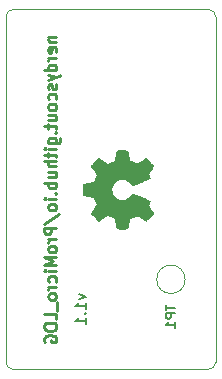
<source format=gbr>
%TF.GenerationSoftware,KiCad,Pcbnew,5.1.5+dfsg1-2~bpo10+1*%
%TF.CreationDate,Date%
%TF.ProjectId,ProMicro_LOG,50726f4d-6963-4726-9f5f-4c4f472e6b69,v1.1*%
%TF.SameCoordinates,Original*%
%TF.FileFunction,Legend,Bot*%
%TF.FilePolarity,Positive*%
%FSLAX45Y45*%
G04 Gerber Fmt 4.5, Leading zero omitted, Abs format (unit mm)*
G04 Created by KiCad*
%MOMM*%
%LPD*%
G04 APERTURE LIST*
%ADD10C,0.200000*%
%ADD11C,0.250000*%
%ADD12C,0.100000*%
%ADD13C,0.010000*%
%ADD14C,0.120000*%
%ADD15O,1.600000X1.600000*%
%ADD16R,1.600000X1.600000*%
%ADD17C,2.000000*%
G04 APERTURE END LIST*
D10*
X-1035286Y509571D02*
X-975286Y488143D01*
X-1035286Y466714D01*
X-975286Y385286D02*
X-975286Y436714D01*
X-975286Y411000D02*
X-1065286Y411000D01*
X-1052429Y419571D01*
X-1043857Y428143D01*
X-1039571Y436714D01*
X-983857Y346714D02*
X-979571Y342429D01*
X-975286Y346714D01*
X-979571Y351000D01*
X-983857Y346714D01*
X-975286Y346714D01*
X-975286Y256714D02*
X-975286Y308143D01*
X-975286Y282429D02*
X-1065286Y282429D01*
X-1052429Y291000D01*
X-1043857Y299572D01*
X-1039571Y308143D01*
D11*
X-1291429Y2687476D02*
X-1224762Y2687476D01*
X-1281905Y2687476D02*
X-1286667Y2682714D01*
X-1291429Y2673191D01*
X-1291429Y2658905D01*
X-1286667Y2649381D01*
X-1277143Y2644619D01*
X-1224762Y2644619D01*
X-1229524Y2558905D02*
X-1224762Y2568429D01*
X-1224762Y2587476D01*
X-1229524Y2597000D01*
X-1239048Y2601762D01*
X-1277143Y2601762D01*
X-1286667Y2597000D01*
X-1291429Y2587476D01*
X-1291429Y2568429D01*
X-1286667Y2558905D01*
X-1277143Y2554143D01*
X-1267619Y2554143D01*
X-1258095Y2601762D01*
X-1224762Y2511286D02*
X-1291429Y2511286D01*
X-1272381Y2511286D02*
X-1281905Y2506524D01*
X-1286667Y2501762D01*
X-1291429Y2492238D01*
X-1291429Y2482714D01*
X-1224762Y2406524D02*
X-1324762Y2406524D01*
X-1229524Y2406524D02*
X-1224762Y2416048D01*
X-1224762Y2435095D01*
X-1229524Y2444619D01*
X-1234286Y2449381D01*
X-1243810Y2454143D01*
X-1272381Y2454143D01*
X-1281905Y2449381D01*
X-1286667Y2444619D01*
X-1291429Y2435095D01*
X-1291429Y2416048D01*
X-1286667Y2406524D01*
X-1291429Y2368429D02*
X-1224762Y2344619D01*
X-1291429Y2320810D02*
X-1224762Y2344619D01*
X-1200952Y2354143D01*
X-1196191Y2358905D01*
X-1191429Y2368429D01*
X-1229524Y2287476D02*
X-1224762Y2277952D01*
X-1224762Y2258905D01*
X-1229524Y2249381D01*
X-1239048Y2244619D01*
X-1243810Y2244619D01*
X-1253333Y2249381D01*
X-1258095Y2258905D01*
X-1258095Y2273191D01*
X-1262857Y2282714D01*
X-1272381Y2287476D01*
X-1277143Y2287476D01*
X-1286667Y2282714D01*
X-1291429Y2273191D01*
X-1291429Y2258905D01*
X-1286667Y2249381D01*
X-1229524Y2158905D02*
X-1224762Y2168429D01*
X-1224762Y2187476D01*
X-1229524Y2197000D01*
X-1234286Y2201762D01*
X-1243810Y2206524D01*
X-1272381Y2206524D01*
X-1281905Y2201762D01*
X-1286667Y2197000D01*
X-1291429Y2187476D01*
X-1291429Y2168429D01*
X-1286667Y2158905D01*
X-1224762Y2101762D02*
X-1229524Y2111286D01*
X-1234286Y2116048D01*
X-1243810Y2120810D01*
X-1272381Y2120810D01*
X-1281905Y2116048D01*
X-1286667Y2111286D01*
X-1291429Y2101762D01*
X-1291429Y2087476D01*
X-1286667Y2077952D01*
X-1281905Y2073190D01*
X-1272381Y2068429D01*
X-1243810Y2068429D01*
X-1234286Y2073190D01*
X-1229524Y2077952D01*
X-1224762Y2087476D01*
X-1224762Y2101762D01*
X-1291429Y1982714D02*
X-1224762Y1982714D01*
X-1291429Y2025571D02*
X-1239048Y2025571D01*
X-1229524Y2020810D01*
X-1224762Y2011286D01*
X-1224762Y1997000D01*
X-1229524Y1987476D01*
X-1234286Y1982714D01*
X-1291429Y1949381D02*
X-1291429Y1911286D01*
X-1324762Y1935095D02*
X-1239048Y1935095D01*
X-1229524Y1930333D01*
X-1224762Y1920810D01*
X-1224762Y1911286D01*
X-1234286Y1877952D02*
X-1229524Y1873190D01*
X-1224762Y1877952D01*
X-1229524Y1882714D01*
X-1234286Y1877952D01*
X-1224762Y1877952D01*
X-1291429Y1787476D02*
X-1210476Y1787476D01*
X-1200952Y1792238D01*
X-1196191Y1797000D01*
X-1191429Y1806524D01*
X-1191429Y1820810D01*
X-1196191Y1830333D01*
X-1229524Y1787476D02*
X-1224762Y1797000D01*
X-1224762Y1816048D01*
X-1229524Y1825571D01*
X-1234286Y1830333D01*
X-1243810Y1835095D01*
X-1272381Y1835095D01*
X-1281905Y1830333D01*
X-1286667Y1825571D01*
X-1291429Y1816048D01*
X-1291429Y1797000D01*
X-1286667Y1787476D01*
X-1224762Y1739857D02*
X-1291429Y1739857D01*
X-1324762Y1739857D02*
X-1320000Y1744619D01*
X-1315238Y1739857D01*
X-1320000Y1735095D01*
X-1324762Y1739857D01*
X-1315238Y1739857D01*
X-1291429Y1706524D02*
X-1291429Y1668429D01*
X-1324762Y1692238D02*
X-1239048Y1692238D01*
X-1229524Y1687476D01*
X-1224762Y1677952D01*
X-1224762Y1668429D01*
X-1224762Y1635095D02*
X-1324762Y1635095D01*
X-1224762Y1592238D02*
X-1277143Y1592238D01*
X-1286667Y1597000D01*
X-1291429Y1606524D01*
X-1291429Y1620810D01*
X-1286667Y1630333D01*
X-1281905Y1635095D01*
X-1291429Y1501762D02*
X-1224762Y1501762D01*
X-1291429Y1544619D02*
X-1239048Y1544619D01*
X-1229524Y1539857D01*
X-1224762Y1530333D01*
X-1224762Y1516048D01*
X-1229524Y1506524D01*
X-1234286Y1501762D01*
X-1224762Y1454143D02*
X-1324762Y1454143D01*
X-1286667Y1454143D02*
X-1291429Y1444619D01*
X-1291429Y1425571D01*
X-1286667Y1416048D01*
X-1281905Y1411286D01*
X-1272381Y1406524D01*
X-1243810Y1406524D01*
X-1234286Y1411286D01*
X-1229524Y1416048D01*
X-1224762Y1425571D01*
X-1224762Y1444619D01*
X-1229524Y1454143D01*
X-1234286Y1363667D02*
X-1229524Y1358905D01*
X-1224762Y1363667D01*
X-1229524Y1368429D01*
X-1234286Y1363667D01*
X-1224762Y1363667D01*
X-1224762Y1316048D02*
X-1291429Y1316048D01*
X-1324762Y1316048D02*
X-1320000Y1320810D01*
X-1315238Y1316048D01*
X-1320000Y1311286D01*
X-1324762Y1316048D01*
X-1315238Y1316048D01*
X-1224762Y1254143D02*
X-1229524Y1263667D01*
X-1234286Y1268429D01*
X-1243810Y1273191D01*
X-1272381Y1273191D01*
X-1281905Y1268429D01*
X-1286667Y1263667D01*
X-1291429Y1254143D01*
X-1291429Y1239857D01*
X-1286667Y1230333D01*
X-1281905Y1225572D01*
X-1272381Y1220810D01*
X-1243810Y1220810D01*
X-1234286Y1225572D01*
X-1229524Y1230333D01*
X-1224762Y1239857D01*
X-1224762Y1254143D01*
X-1329524Y1106524D02*
X-1200952Y1192238D01*
X-1224762Y1073191D02*
X-1324762Y1073191D01*
X-1324762Y1035095D01*
X-1320000Y1025571D01*
X-1315238Y1020810D01*
X-1305714Y1016048D01*
X-1291429Y1016048D01*
X-1281905Y1020810D01*
X-1277143Y1025571D01*
X-1272381Y1035095D01*
X-1272381Y1073191D01*
X-1224762Y973190D02*
X-1291429Y973190D01*
X-1272381Y973190D02*
X-1281905Y968429D01*
X-1286667Y963667D01*
X-1291429Y954143D01*
X-1291429Y944619D01*
X-1224762Y897000D02*
X-1229524Y906524D01*
X-1234286Y911286D01*
X-1243810Y916048D01*
X-1272381Y916048D01*
X-1281905Y911286D01*
X-1286667Y906524D01*
X-1291429Y897000D01*
X-1291429Y882714D01*
X-1286667Y873190D01*
X-1281905Y868429D01*
X-1272381Y863667D01*
X-1243810Y863667D01*
X-1234286Y868429D01*
X-1229524Y873190D01*
X-1224762Y882714D01*
X-1224762Y897000D01*
X-1224762Y820810D02*
X-1324762Y820810D01*
X-1253333Y787476D01*
X-1324762Y754143D01*
X-1224762Y754143D01*
X-1224762Y706524D02*
X-1291429Y706524D01*
X-1324762Y706524D02*
X-1320000Y711286D01*
X-1315238Y706524D01*
X-1320000Y701762D01*
X-1324762Y706524D01*
X-1315238Y706524D01*
X-1229524Y616048D02*
X-1224762Y625572D01*
X-1224762Y644619D01*
X-1229524Y654143D01*
X-1234286Y658905D01*
X-1243810Y663667D01*
X-1272381Y663667D01*
X-1281905Y658905D01*
X-1286667Y654143D01*
X-1291429Y644619D01*
X-1291429Y625572D01*
X-1286667Y616048D01*
X-1224762Y573191D02*
X-1291429Y573191D01*
X-1272381Y573191D02*
X-1281905Y568429D01*
X-1286667Y563667D01*
X-1291429Y554143D01*
X-1291429Y544619D01*
X-1224762Y497000D02*
X-1229524Y506524D01*
X-1234286Y511286D01*
X-1243810Y516048D01*
X-1272381Y516048D01*
X-1281905Y511286D01*
X-1286667Y506524D01*
X-1291429Y497000D01*
X-1291429Y482714D01*
X-1286667Y473190D01*
X-1281905Y468429D01*
X-1272381Y463667D01*
X-1243810Y463667D01*
X-1234286Y468429D01*
X-1229524Y473190D01*
X-1224762Y482714D01*
X-1224762Y497000D01*
X-1215238Y444619D02*
X-1215238Y368429D01*
X-1224762Y297000D02*
X-1224762Y344619D01*
X-1324762Y344619D01*
X-1324762Y244619D02*
X-1324762Y225571D01*
X-1320000Y216048D01*
X-1310476Y206524D01*
X-1291429Y201762D01*
X-1258095Y201762D01*
X-1239048Y206524D01*
X-1229524Y216048D01*
X-1224762Y225571D01*
X-1224762Y244619D01*
X-1229524Y254143D01*
X-1239048Y263667D01*
X-1258095Y268429D01*
X-1291429Y268429D01*
X-1310476Y263667D01*
X-1320000Y254143D01*
X-1324762Y244619D01*
X-1320000Y106524D02*
X-1324762Y116048D01*
X-1324762Y130333D01*
X-1320000Y144619D01*
X-1310476Y154143D01*
X-1300952Y158905D01*
X-1281905Y163667D01*
X-1267619Y163667D01*
X-1248572Y158905D01*
X-1239048Y154143D01*
X-1229524Y144619D01*
X-1224762Y130333D01*
X-1224762Y120810D01*
X-1229524Y106524D01*
X-1234286Y101762D01*
X-1267619Y101762D01*
X-1267619Y120810D01*
D12*
X-1587500Y2921000D02*
G75*
G03X-1651000Y2857500I0J-63500D01*
G01*
X127000Y2857500D02*
G75*
G03X63500Y2921000I-63500J0D01*
G01*
X63500Y-127000D02*
G75*
G03X127000Y-63500I0J63500D01*
G01*
X-1651000Y-63500D02*
G75*
G03X-1587500Y-127000I63500J0D01*
G01*
X-1651000Y2857500D02*
X-1651000Y-63500D01*
X63500Y2921000D02*
X-1587500Y2921000D01*
X127000Y-63500D02*
X127000Y2857500D01*
X-1587500Y-127000D02*
X63500Y-127000D01*
D13*
G36*
X-951607Y1341419D02*
G01*
X-907144Y1333037D01*
X-894395Y1302108D01*
X-881645Y1271179D01*
X-906875Y1234075D01*
X-913900Y1223684D01*
X-920173Y1214291D01*
X-925406Y1206335D01*
X-929314Y1200253D01*
X-931611Y1196484D01*
X-932106Y1195458D01*
X-930832Y1193609D01*
X-927312Y1189658D01*
X-921994Y1184048D01*
X-915328Y1177221D01*
X-907765Y1169621D01*
X-899753Y1161691D01*
X-891743Y1153873D01*
X-884184Y1146609D01*
X-877525Y1140344D01*
X-872218Y1135520D01*
X-868711Y1132579D01*
X-867538Y1131876D01*
X-865374Y1132888D01*
X-860634Y1135724D01*
X-853781Y1140087D01*
X-845278Y1145678D01*
X-835591Y1152199D01*
X-830065Y1155978D01*
X-819975Y1162866D01*
X-810870Y1168986D01*
X-803203Y1174042D01*
X-797427Y1177737D01*
X-793996Y1179774D01*
X-793275Y1180080D01*
X-791225Y1179386D01*
X-786449Y1177495D01*
X-779617Y1174691D01*
X-771401Y1171261D01*
X-762473Y1167489D01*
X-753504Y1163661D01*
X-745166Y1160063D01*
X-738131Y1156979D01*
X-733069Y1154696D01*
X-730653Y1153498D01*
X-730558Y1153428D01*
X-730096Y1151547D01*
X-729067Y1146538D01*
X-727571Y1138921D01*
X-725710Y1129214D01*
X-723584Y1117936D01*
X-722358Y1111356D01*
X-720064Y1099305D01*
X-717880Y1088420D01*
X-715928Y1079252D01*
X-714325Y1072352D01*
X-713192Y1068270D01*
X-712833Y1067449D01*
X-710399Y1066645D01*
X-704904Y1065997D01*
X-696989Y1065503D01*
X-687297Y1065164D01*
X-676471Y1064978D01*
X-665154Y1064946D01*
X-653987Y1065067D01*
X-643613Y1065341D01*
X-634676Y1065767D01*
X-627817Y1066345D01*
X-623680Y1067073D01*
X-622819Y1067511D01*
X-621787Y1070124D01*
X-620311Y1075661D01*
X-618565Y1083389D01*
X-616722Y1092577D01*
X-616126Y1095784D01*
X-613293Y1111248D01*
X-611012Y1123463D01*
X-609192Y1132833D01*
X-607742Y1139762D01*
X-606571Y1144653D01*
X-605589Y1147910D01*
X-604704Y1149937D01*
X-603828Y1151137D01*
X-603654Y1151305D01*
X-600863Y1152982D01*
X-595431Y1155539D01*
X-588022Y1158721D01*
X-579304Y1162274D01*
X-569939Y1165942D01*
X-560595Y1169469D01*
X-551935Y1172600D01*
X-544626Y1175081D01*
X-539332Y1176655D01*
X-536719Y1177067D01*
X-536627Y1177032D01*
X-534491Y1175636D01*
X-529792Y1172468D01*
X-523017Y1167861D01*
X-514658Y1162148D01*
X-505202Y1155663D01*
X-502515Y1153816D01*
X-492772Y1147230D01*
X-483884Y1141435D01*
X-476359Y1136746D01*
X-470708Y1133479D01*
X-467442Y1131950D01*
X-467041Y1131876D01*
X-464932Y1133161D01*
X-460754Y1136711D01*
X-454955Y1142071D01*
X-447986Y1148783D01*
X-440295Y1156391D01*
X-432332Y1164440D01*
X-424544Y1172471D01*
X-417381Y1180030D01*
X-411293Y1186660D01*
X-406728Y1191903D01*
X-404135Y1195305D01*
X-403712Y1196246D01*
X-404709Y1198436D01*
X-407398Y1202920D01*
X-411326Y1208968D01*
X-414488Y1213621D01*
X-420290Y1222053D01*
X-427122Y1232037D01*
X-433942Y1242053D01*
X-437592Y1247437D01*
X-449920Y1265663D01*
X-441648Y1280962D01*
X-438024Y1287932D01*
X-435207Y1293859D01*
X-433601Y1297869D01*
X-433377Y1298890D01*
X-435028Y1300117D01*
X-439692Y1302539D01*
X-446939Y1305974D01*
X-456339Y1310241D01*
X-467463Y1315161D01*
X-479878Y1320551D01*
X-493157Y1326232D01*
X-506867Y1332022D01*
X-520580Y1337741D01*
X-533864Y1343208D01*
X-546290Y1348242D01*
X-557428Y1352662D01*
X-566846Y1356288D01*
X-574116Y1358939D01*
X-578806Y1360434D01*
X-580417Y1360675D01*
X-582471Y1358769D01*
X-585807Y1354596D01*
X-589730Y1349029D01*
X-590040Y1348562D01*
X-601558Y1334174D01*
X-614995Y1322572D01*
X-629922Y1313857D01*
X-645909Y1308130D01*
X-662526Y1305491D01*
X-679345Y1306042D01*
X-695935Y1309881D01*
X-711866Y1317111D01*
X-715351Y1319237D01*
X-729426Y1330300D01*
X-740729Y1343370D01*
X-749200Y1357994D01*
X-754781Y1373719D01*
X-757413Y1390094D01*
X-757037Y1406667D01*
X-753595Y1422984D01*
X-747028Y1438593D01*
X-737276Y1453043D01*
X-733319Y1457513D01*
X-720930Y1468889D01*
X-707888Y1477178D01*
X-693269Y1482864D01*
X-678791Y1486031D01*
X-662514Y1486813D01*
X-646156Y1484206D01*
X-630270Y1478475D01*
X-615409Y1469886D01*
X-602127Y1458701D01*
X-590974Y1445188D01*
X-589799Y1443412D01*
X-585949Y1437785D01*
X-582614Y1433508D01*
X-580484Y1431463D01*
X-580417Y1431433D01*
X-578113Y1431872D01*
X-572884Y1433612D01*
X-565161Y1436473D01*
X-555373Y1440273D01*
X-543951Y1444833D01*
X-531324Y1449970D01*
X-517923Y1455504D01*
X-504178Y1461254D01*
X-490519Y1467040D01*
X-477376Y1472680D01*
X-465179Y1477994D01*
X-454359Y1482801D01*
X-445345Y1486920D01*
X-438568Y1490170D01*
X-434457Y1492370D01*
X-433377Y1493256D01*
X-434218Y1495964D01*
X-436473Y1501030D01*
X-439739Y1507582D01*
X-441648Y1511184D01*
X-449920Y1526483D01*
X-437592Y1544709D01*
X-431277Y1554012D01*
X-424327Y1564198D01*
X-417783Y1573744D01*
X-414488Y1578525D01*
X-409973Y1585249D01*
X-406394Y1590944D01*
X-404206Y1594865D01*
X-403744Y1596138D01*
X-404991Y1597992D01*
X-408475Y1602094D01*
X-413832Y1608047D01*
X-420702Y1615454D01*
X-428722Y1623916D01*
X-433871Y1629268D01*
X-443071Y1638632D01*
X-451300Y1646724D01*
X-458205Y1653218D01*
X-463436Y1657786D01*
X-466638Y1660101D01*
X-467288Y1660323D01*
X-469761Y1659292D01*
X-474759Y1656444D01*
X-481779Y1652094D01*
X-490312Y1646558D01*
X-499854Y1640152D01*
X-502515Y1638330D01*
X-512183Y1631693D01*
X-520888Y1625738D01*
X-528141Y1620798D01*
X-533451Y1617207D01*
X-536330Y1615298D01*
X-536627Y1615114D01*
X-538922Y1615389D01*
X-543966Y1616854D01*
X-551096Y1619251D01*
X-559645Y1622327D01*
X-568949Y1625824D01*
X-578343Y1629489D01*
X-587160Y1633066D01*
X-594737Y1636299D01*
X-600407Y1638934D01*
X-603506Y1640714D01*
X-603654Y1640841D01*
X-604540Y1641929D01*
X-605416Y1643768D01*
X-606372Y1646761D01*
X-607500Y1651310D01*
X-608891Y1657821D01*
X-610634Y1666696D01*
X-612820Y1678339D01*
X-615541Y1693154D01*
X-616126Y1696362D01*
X-617963Y1705869D01*
X-619760Y1714156D01*
X-621343Y1720493D01*
X-622540Y1724146D01*
X-622819Y1724636D01*
X-625293Y1725443D01*
X-630821Y1726099D01*
X-638761Y1726603D01*
X-648470Y1726956D01*
X-659306Y1727156D01*
X-670626Y1727204D01*
X-681787Y1727098D01*
X-692147Y1726838D01*
X-701063Y1726425D01*
X-707893Y1725856D01*
X-711993Y1725133D01*
X-712833Y1724697D01*
X-713679Y1722270D01*
X-715056Y1716743D01*
X-716845Y1708666D01*
X-718925Y1698591D01*
X-721178Y1687068D01*
X-722358Y1680790D01*
X-724585Y1668879D01*
X-726602Y1658256D01*
X-728308Y1649443D01*
X-729603Y1642957D01*
X-730384Y1639317D01*
X-730558Y1638718D01*
X-732511Y1637706D01*
X-737216Y1635566D01*
X-744000Y1632584D01*
X-752191Y1629044D01*
X-761117Y1625233D01*
X-770106Y1621435D01*
X-778486Y1617936D01*
X-785585Y1615021D01*
X-790731Y1612974D01*
X-793250Y1612082D01*
X-793360Y1612066D01*
X-795348Y1613077D01*
X-799922Y1615912D01*
X-806628Y1620272D01*
X-815012Y1625861D01*
X-824617Y1632379D01*
X-830135Y1636168D01*
X-840252Y1643072D01*
X-849437Y1649205D01*
X-857226Y1654266D01*
X-863153Y1657957D01*
X-866755Y1659978D01*
X-867562Y1660270D01*
X-869442Y1659015D01*
X-873454Y1655546D01*
X-879151Y1650306D01*
X-886081Y1643738D01*
X-893797Y1636286D01*
X-901847Y1628391D01*
X-909784Y1620498D01*
X-917156Y1613050D01*
X-923515Y1606489D01*
X-928411Y1601260D01*
X-931394Y1597804D01*
X-932106Y1596648D01*
X-931105Y1594765D01*
X-928292Y1590263D01*
X-923955Y1583579D01*
X-918378Y1575150D01*
X-911849Y1565414D01*
X-906875Y1558071D01*
X-881645Y1520967D01*
X-907144Y1459109D01*
X-951607Y1450727D01*
X-996069Y1442345D01*
X-996069Y1349801D01*
X-951607Y1341419D01*
G37*
X-951607Y1341419D02*
X-907144Y1333037D01*
X-894395Y1302108D01*
X-881645Y1271179D01*
X-906875Y1234075D01*
X-913900Y1223684D01*
X-920173Y1214291D01*
X-925406Y1206335D01*
X-929314Y1200253D01*
X-931611Y1196484D01*
X-932106Y1195458D01*
X-930832Y1193609D01*
X-927312Y1189658D01*
X-921994Y1184048D01*
X-915328Y1177221D01*
X-907765Y1169621D01*
X-899753Y1161691D01*
X-891743Y1153873D01*
X-884184Y1146609D01*
X-877525Y1140344D01*
X-872218Y1135520D01*
X-868711Y1132579D01*
X-867538Y1131876D01*
X-865374Y1132888D01*
X-860634Y1135724D01*
X-853781Y1140087D01*
X-845278Y1145678D01*
X-835591Y1152199D01*
X-830065Y1155978D01*
X-819975Y1162866D01*
X-810870Y1168986D01*
X-803203Y1174042D01*
X-797427Y1177737D01*
X-793996Y1179774D01*
X-793275Y1180080D01*
X-791225Y1179386D01*
X-786449Y1177495D01*
X-779617Y1174691D01*
X-771401Y1171261D01*
X-762473Y1167489D01*
X-753504Y1163661D01*
X-745166Y1160063D01*
X-738131Y1156979D01*
X-733069Y1154696D01*
X-730653Y1153498D01*
X-730558Y1153428D01*
X-730096Y1151547D01*
X-729067Y1146538D01*
X-727571Y1138921D01*
X-725710Y1129214D01*
X-723584Y1117936D01*
X-722358Y1111356D01*
X-720064Y1099305D01*
X-717880Y1088420D01*
X-715928Y1079252D01*
X-714325Y1072352D01*
X-713192Y1068270D01*
X-712833Y1067449D01*
X-710399Y1066645D01*
X-704904Y1065997D01*
X-696989Y1065503D01*
X-687297Y1065164D01*
X-676471Y1064978D01*
X-665154Y1064946D01*
X-653987Y1065067D01*
X-643613Y1065341D01*
X-634676Y1065767D01*
X-627817Y1066345D01*
X-623680Y1067073D01*
X-622819Y1067511D01*
X-621787Y1070124D01*
X-620311Y1075661D01*
X-618565Y1083389D01*
X-616722Y1092577D01*
X-616126Y1095784D01*
X-613293Y1111248D01*
X-611012Y1123463D01*
X-609192Y1132833D01*
X-607742Y1139762D01*
X-606571Y1144653D01*
X-605589Y1147910D01*
X-604704Y1149937D01*
X-603828Y1151137D01*
X-603654Y1151305D01*
X-600863Y1152982D01*
X-595431Y1155539D01*
X-588022Y1158721D01*
X-579304Y1162274D01*
X-569939Y1165942D01*
X-560595Y1169469D01*
X-551935Y1172600D01*
X-544626Y1175081D01*
X-539332Y1176655D01*
X-536719Y1177067D01*
X-536627Y1177032D01*
X-534491Y1175636D01*
X-529792Y1172468D01*
X-523017Y1167861D01*
X-514658Y1162148D01*
X-505202Y1155663D01*
X-502515Y1153816D01*
X-492772Y1147230D01*
X-483884Y1141435D01*
X-476359Y1136746D01*
X-470708Y1133479D01*
X-467442Y1131950D01*
X-467041Y1131876D01*
X-464932Y1133161D01*
X-460754Y1136711D01*
X-454955Y1142071D01*
X-447986Y1148783D01*
X-440295Y1156391D01*
X-432332Y1164440D01*
X-424544Y1172471D01*
X-417381Y1180030D01*
X-411293Y1186660D01*
X-406728Y1191903D01*
X-404135Y1195305D01*
X-403712Y1196246D01*
X-404709Y1198436D01*
X-407398Y1202920D01*
X-411326Y1208968D01*
X-414488Y1213621D01*
X-420290Y1222053D01*
X-427122Y1232037D01*
X-433942Y1242053D01*
X-437592Y1247437D01*
X-449920Y1265663D01*
X-441648Y1280962D01*
X-438024Y1287932D01*
X-435207Y1293859D01*
X-433601Y1297869D01*
X-433377Y1298890D01*
X-435028Y1300117D01*
X-439692Y1302539D01*
X-446939Y1305974D01*
X-456339Y1310241D01*
X-467463Y1315161D01*
X-479878Y1320551D01*
X-493157Y1326232D01*
X-506867Y1332022D01*
X-520580Y1337741D01*
X-533864Y1343208D01*
X-546290Y1348242D01*
X-557428Y1352662D01*
X-566846Y1356288D01*
X-574116Y1358939D01*
X-578806Y1360434D01*
X-580417Y1360675D01*
X-582471Y1358769D01*
X-585807Y1354596D01*
X-589730Y1349029D01*
X-590040Y1348562D01*
X-601558Y1334174D01*
X-614995Y1322572D01*
X-629922Y1313857D01*
X-645909Y1308130D01*
X-662526Y1305491D01*
X-679345Y1306042D01*
X-695935Y1309881D01*
X-711866Y1317111D01*
X-715351Y1319237D01*
X-729426Y1330300D01*
X-740729Y1343370D01*
X-749200Y1357994D01*
X-754781Y1373719D01*
X-757413Y1390094D01*
X-757037Y1406667D01*
X-753595Y1422984D01*
X-747028Y1438593D01*
X-737276Y1453043D01*
X-733319Y1457513D01*
X-720930Y1468889D01*
X-707888Y1477178D01*
X-693269Y1482864D01*
X-678791Y1486031D01*
X-662514Y1486813D01*
X-646156Y1484206D01*
X-630270Y1478475D01*
X-615409Y1469886D01*
X-602127Y1458701D01*
X-590974Y1445188D01*
X-589799Y1443412D01*
X-585949Y1437785D01*
X-582614Y1433508D01*
X-580484Y1431463D01*
X-580417Y1431433D01*
X-578113Y1431872D01*
X-572884Y1433612D01*
X-565161Y1436473D01*
X-555373Y1440273D01*
X-543951Y1444833D01*
X-531324Y1449970D01*
X-517923Y1455504D01*
X-504178Y1461254D01*
X-490519Y1467040D01*
X-477376Y1472680D01*
X-465179Y1477994D01*
X-454359Y1482801D01*
X-445345Y1486920D01*
X-438568Y1490170D01*
X-434457Y1492370D01*
X-433377Y1493256D01*
X-434218Y1495964D01*
X-436473Y1501030D01*
X-439739Y1507582D01*
X-441648Y1511184D01*
X-449920Y1526483D01*
X-437592Y1544709D01*
X-431277Y1554012D01*
X-424327Y1564198D01*
X-417783Y1573744D01*
X-414488Y1578525D01*
X-409973Y1585249D01*
X-406394Y1590944D01*
X-404206Y1594865D01*
X-403744Y1596138D01*
X-404991Y1597992D01*
X-408475Y1602094D01*
X-413832Y1608047D01*
X-420702Y1615454D01*
X-428722Y1623916D01*
X-433871Y1629268D01*
X-443071Y1638632D01*
X-451300Y1646724D01*
X-458205Y1653218D01*
X-463436Y1657786D01*
X-466638Y1660101D01*
X-467288Y1660323D01*
X-469761Y1659292D01*
X-474759Y1656444D01*
X-481779Y1652094D01*
X-490312Y1646558D01*
X-499854Y1640152D01*
X-502515Y1638330D01*
X-512183Y1631693D01*
X-520888Y1625738D01*
X-528141Y1620798D01*
X-533451Y1617207D01*
X-536330Y1615298D01*
X-536627Y1615114D01*
X-538922Y1615389D01*
X-543966Y1616854D01*
X-551096Y1619251D01*
X-559645Y1622327D01*
X-568949Y1625824D01*
X-578343Y1629489D01*
X-587160Y1633066D01*
X-594737Y1636299D01*
X-600407Y1638934D01*
X-603506Y1640714D01*
X-603654Y1640841D01*
X-604540Y1641929D01*
X-605416Y1643768D01*
X-606372Y1646761D01*
X-607500Y1651310D01*
X-608891Y1657821D01*
X-610634Y1666696D01*
X-612820Y1678339D01*
X-615541Y1693154D01*
X-616126Y1696362D01*
X-617963Y1705869D01*
X-619760Y1714156D01*
X-621343Y1720493D01*
X-622540Y1724146D01*
X-622819Y1724636D01*
X-625293Y1725443D01*
X-630821Y1726099D01*
X-638761Y1726603D01*
X-648470Y1726956D01*
X-659306Y1727156D01*
X-670626Y1727204D01*
X-681787Y1727098D01*
X-692147Y1726838D01*
X-701063Y1726425D01*
X-707893Y1725856D01*
X-711993Y1725133D01*
X-712833Y1724697D01*
X-713679Y1722270D01*
X-715056Y1716743D01*
X-716845Y1708666D01*
X-718925Y1698591D01*
X-721178Y1687068D01*
X-722358Y1680790D01*
X-724585Y1668879D01*
X-726602Y1658256D01*
X-728308Y1649443D01*
X-729603Y1642957D01*
X-730384Y1639317D01*
X-730558Y1638718D01*
X-732511Y1637706D01*
X-737216Y1635566D01*
X-744000Y1632584D01*
X-752191Y1629044D01*
X-761117Y1625233D01*
X-770106Y1621435D01*
X-778486Y1617936D01*
X-785585Y1615021D01*
X-790731Y1612974D01*
X-793250Y1612082D01*
X-793360Y1612066D01*
X-795348Y1613077D01*
X-799922Y1615912D01*
X-806628Y1620272D01*
X-815012Y1625861D01*
X-824617Y1632379D01*
X-830135Y1636168D01*
X-840252Y1643072D01*
X-849437Y1649205D01*
X-857226Y1654266D01*
X-863153Y1657957D01*
X-866755Y1659978D01*
X-867562Y1660270D01*
X-869442Y1659015D01*
X-873454Y1655546D01*
X-879151Y1650306D01*
X-886081Y1643738D01*
X-893797Y1636286D01*
X-901847Y1628391D01*
X-909784Y1620498D01*
X-917156Y1613050D01*
X-923515Y1606489D01*
X-928411Y1601260D01*
X-931394Y1597804D01*
X-932106Y1596648D01*
X-931105Y1594765D01*
X-928292Y1590263D01*
X-923955Y1583579D01*
X-918378Y1575150D01*
X-911849Y1565414D01*
X-906875Y1558071D01*
X-881645Y1520967D01*
X-907144Y1459109D01*
X-951607Y1450727D01*
X-996069Y1442345D01*
X-996069Y1349801D01*
X-951607Y1341419D01*
D14*
X-134000Y635000D02*
G75*
G03X-134000Y635000I-120000J0D01*
G01*
D10*
X-297810Y418452D02*
X-297810Y372738D01*
X-217810Y395595D02*
X-297810Y395595D01*
X-217810Y346072D02*
X-297810Y346072D01*
X-297810Y315595D01*
X-294000Y307976D01*
X-290191Y304167D01*
X-282572Y300357D01*
X-271143Y300357D01*
X-263524Y304167D01*
X-259714Y307976D01*
X-255905Y315595D01*
X-255905Y346072D01*
X-217810Y224167D02*
X-217810Y269881D01*
X-217810Y247024D02*
X-297810Y247024D01*
X-286381Y254643D01*
X-278762Y262262D01*
X-274952Y269881D01*
%LPC*%
D15*
X0Y2794000D03*
X0Y2540000D03*
X0Y2286000D03*
X-1524000Y0D03*
X0Y2032000D03*
X-1524000Y254000D03*
X0Y1778000D03*
X-1524000Y508000D03*
X0Y1524000D03*
X-1524000Y762000D03*
X0Y1270000D03*
X-1524000Y1016000D03*
X0Y1016000D03*
X-1524000Y1270000D03*
X0Y762000D03*
X-1524000Y1524000D03*
X0Y508000D03*
X-1524000Y1778000D03*
X0Y254000D03*
X-1524000Y2032000D03*
X0Y0D03*
X-1524000Y2286000D03*
X-1524000Y2540000D03*
D16*
X-1524000Y2794000D03*
D17*
X-254000Y635000D03*
M02*

</source>
